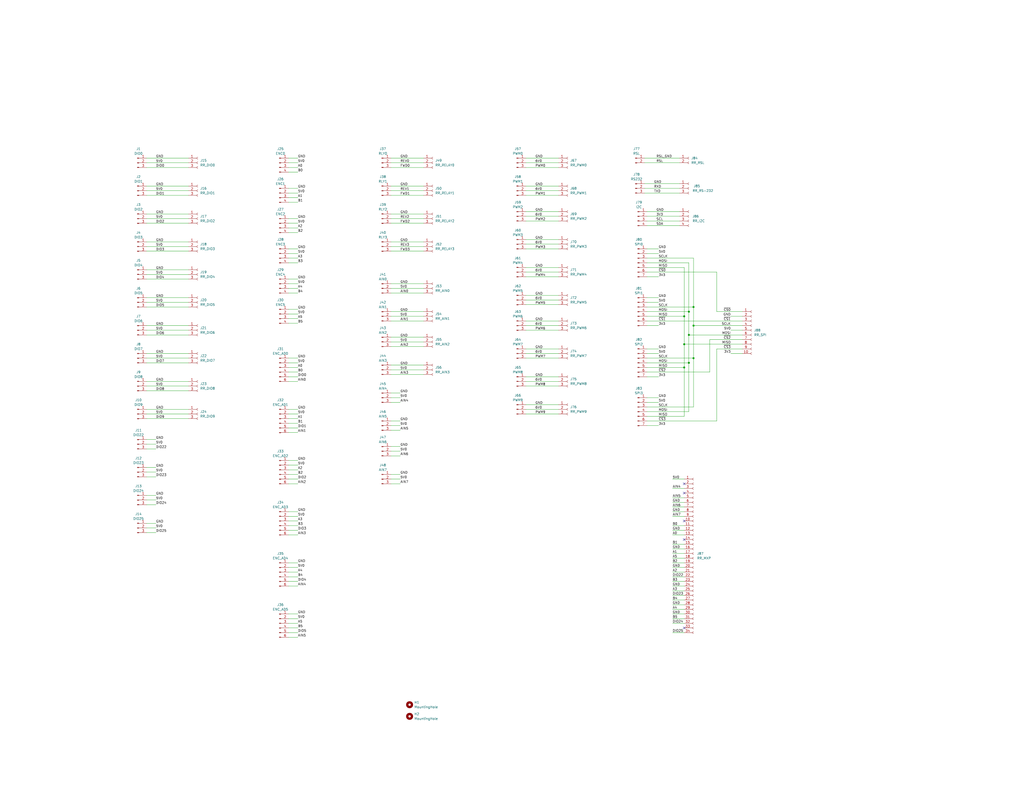
<source format=kicad_sch>
(kicad_sch (version 20230121) (generator eeschema)
  (paper "C")
  (title_block (title "RRIB2") (date "2022-08-13") (rev "1.0") (company "971 Spartan Robotics"))
  (junction (at 375.92 198.12))
  (junction (at 378.46 195.58))
  (junction (at 373.38 187.96))
  (junction (at 373.38 200.66))
  (junction (at 373.38 172.72))
  (junction (at 378.46 177.8))
  (junction (at 375.92 182.88))
  (junction (at 375.92 170.18))
  (junction (at 378.46 167.64))
  (no_connect (at 373.38 342.9))
  (no_connect (at 373.38 264.16))
  (no_connect (at 373.38 269.24))
  (no_connect (at 373.38 284.48))
  (no_connect (at 373.38 294.64))
  (wire (pts (xy 367.03 276.86) (xy 373.38 276.86)))
  (wire (pts (xy 391.16 170.18) (xy 391.16 148.59)))
  (wire (pts (xy 213.36 248.92) (xy 218.44 248.92)))
  (wire (pts (xy 157.48 105.41) (xy 162.56 105.41)))
  (wire (pts (xy 157.48 317.5) (xy 162.56 317.5)))
  (wire (pts (xy 157.48 124.46) (xy 162.56 124.46)))
  (wire (pts (xy 157.48 208.28) (xy 162.56 208.28)))
  (wire (pts (xy 353.06 162.56) (xy 359.41 162.56)))
  (wire (pts (xy 80.01 152.4) (xy 102.87 152.4)))
  (wire (pts (xy 387.35 185.42) (xy 387.35 203.2)))
  (wire (pts (xy 367.03 261.62) (xy 373.38 261.62)))
  (wire (pts (xy 157.48 347.98) (xy 162.56 347.98)))
  (wire (pts (xy 375.92 170.18) (xy 375.92 182.88)))
  (wire (pts (xy 373.38 146.05) (xy 373.38 172.72)))
  (wire (pts (xy 353.06 222.25) (xy 378.46 222.25)))
  (wire (pts (xy 353.06 146.05) (xy 373.38 146.05)))
  (wire (pts (xy 287.02 106.68) (xy 304.8 106.68)))
  (wire (pts (xy 157.48 261.62) (xy 162.56 261.62)))
  (wire (pts (xy 367.03 312.42) (xy 373.38 312.42)))
  (wire (pts (xy 213.36 154.94) (xy 231.14 154.94)))
  (wire (pts (xy 213.36 172.72) (xy 231.14 172.72)))
  (wire (pts (xy 213.36 157.48) (xy 231.14 157.48)))
  (wire (pts (xy 213.36 134.62) (xy 231.14 134.62)))
  (wire (pts (xy 387.35 185.42) (xy 405.13 185.42)))
  (wire (pts (xy 398.78 172.72) (xy 405.13 172.72)))
  (wire (pts (xy 367.03 340.36) (xy 373.38 340.36)))
  (wire (pts (xy 353.06 138.43) (xy 359.41 138.43)))
  (wire (pts (xy 353.06 229.87) (xy 391.16 229.87)))
  (wire (pts (xy 80.01 257.81) (xy 85.09 257.81)))
  (wire (pts (xy 157.48 345.44) (xy 162.56 345.44)))
  (wire (pts (xy 353.06 172.72) (xy 373.38 172.72)))
  (wire (pts (xy 80.01 270.51) (xy 85.09 270.51)))
  (wire (pts (xy 80.01 223.52) (xy 102.87 223.52)))
  (wire (pts (xy 367.03 302.26) (xy 373.38 302.26)))
  (wire (pts (xy 287.02 163.83) (xy 304.8 163.83)))
  (wire (pts (xy 157.48 135.89) (xy 162.56 135.89)))
  (wire (pts (xy 353.06 170.18) (xy 375.92 170.18)))
  (wire (pts (xy 353.06 177.8) (xy 359.41 177.8)))
  (wire (pts (xy 157.48 205.74) (xy 162.56 205.74)))
  (wire (pts (xy 157.48 110.49) (xy 162.56 110.49)))
  (wire (pts (xy 157.48 287.02) (xy 162.56 287.02)))
  (wire (pts (xy 80.01 195.58) (xy 102.87 195.58)))
  (wire (pts (xy 157.48 143.51) (xy 162.56 143.51)))
  (wire (pts (xy 367.03 307.34) (xy 373.38 307.34)))
  (wire (pts (xy 213.36 199.39) (xy 231.14 199.39)))
  (wire (pts (xy 157.48 140.97) (xy 162.56 140.97)))
  (wire (pts (xy 367.03 335.28) (xy 373.38 335.28)))
  (wire (pts (xy 157.48 289.56) (xy 162.56 289.56)))
  (wire (pts (xy 353.06 175.26) (xy 405.13 175.26)))
  (wire (pts (xy 373.38 187.96) (xy 373.38 200.66)))
  (wire (pts (xy 80.01 86.36) (xy 102.87 86.36)))
  (wire (pts (xy 80.01 285.75) (xy 85.09 285.75)))
  (wire (pts (xy 157.48 154.94) (xy 162.56 154.94)))
  (wire (pts (xy 157.48 307.34) (xy 162.56 307.34)))
  (wire (pts (xy 213.36 232.41) (xy 218.44 232.41)))
  (wire (pts (xy 213.36 204.47) (xy 231.14 204.47)))
  (wire (pts (xy 157.48 337.82) (xy 162.56 337.82)))
  (wire (pts (xy 287.02 133.35) (xy 304.8 133.35)))
  (wire (pts (xy 157.48 171.45) (xy 162.56 171.45)))
  (wire (pts (xy 213.36 119.38) (xy 231.14 119.38)))
  (wire (pts (xy 351.79 100.33) (xy 370.84 100.33)))
  (wire (pts (xy 213.36 264.16) (xy 218.44 264.16)))
  (wire (pts (xy 213.36 184.15) (xy 231.14 184.15)))
  (wire (pts (xy 80.01 180.34) (xy 102.87 180.34)))
  (wire (pts (xy 287.02 130.81) (xy 304.8 130.81)))
  (wire (pts (xy 80.01 242.57) (xy 85.09 242.57)))
  (wire (pts (xy 213.36 132.08) (xy 231.14 132.08)))
  (wire (pts (xy 80.01 275.59) (xy 85.09 275.59)))
  (wire (pts (xy 353.06 227.33) (xy 373.38 227.33)))
  (wire (pts (xy 367.03 314.96) (xy 373.38 314.96)))
  (wire (pts (xy 80.01 88.9) (xy 102.87 88.9)))
  (wire (pts (xy 157.48 107.95) (xy 162.56 107.95)))
  (wire (pts (xy 353.06 148.59) (xy 391.16 148.59)))
  (wire (pts (xy 367.03 337.82) (xy 373.38 337.82)))
  (wire (pts (xy 351.79 88.9) (xy 370.84 88.9)))
  (wire (pts (xy 213.36 259.08) (xy 218.44 259.08)))
  (wire (pts (xy 287.02 91.44) (xy 304.8 91.44)))
  (wire (pts (xy 157.48 88.9) (xy 162.56 88.9)))
  (wire (pts (xy 391.16 170.18) (xy 405.13 170.18)))
  (wire (pts (xy 213.36 261.62) (xy 218.44 261.62)))
  (wire (pts (xy 287.02 161.29) (xy 304.8 161.29)))
  (wire (pts (xy 287.02 120.65) (xy 304.8 120.65)))
  (wire (pts (xy 353.06 200.66) (xy 373.38 200.66)))
  (wire (pts (xy 367.03 266.7) (xy 373.38 266.7)))
  (wire (pts (xy 353.06 195.58) (xy 378.46 195.58)))
  (wire (pts (xy 353.06 193.04) (xy 359.41 193.04)))
  (wire (pts (xy 287.02 88.9) (xy 304.8 88.9)))
  (wire (pts (xy 157.48 160.02) (xy 162.56 160.02)))
  (wire (pts (xy 373.38 187.96) (xy 405.13 187.96)))
  (wire (pts (xy 157.48 314.96) (xy 162.56 314.96)))
  (wire (pts (xy 367.03 304.8) (xy 373.38 304.8)))
  (wire (pts (xy 80.01 116.84) (xy 102.87 116.84)))
  (wire (pts (xy 213.36 104.14) (xy 231.14 104.14)))
  (wire (pts (xy 353.06 123.19) (xy 370.84 123.19)))
  (wire (pts (xy 157.48 176.53) (xy 162.56 176.53)))
  (wire (pts (xy 353.06 140.97) (xy 378.46 140.97)))
  (wire (pts (xy 213.36 86.36) (xy 231.14 86.36)))
  (wire (pts (xy 157.48 281.94) (xy 162.56 281.94)))
  (wire (pts (xy 157.48 86.36) (xy 162.56 86.36)))
  (wire (pts (xy 80.01 260.35) (xy 85.09 260.35)))
  (wire (pts (xy 157.48 168.91) (xy 162.56 168.91)))
  (wire (pts (xy 157.48 254) (xy 162.56 254)))
  (wire (pts (xy 367.03 317.5) (xy 373.38 317.5)))
  (wire (pts (xy 367.03 274.32) (xy 373.38 274.32)))
  (wire (pts (xy 80.01 240.03) (xy 85.09 240.03)))
  (wire (pts (xy 378.46 140.97) (xy 378.46 167.64)))
  (wire (pts (xy 367.03 279.4) (xy 373.38 279.4)))
  (wire (pts (xy 80.01 208.28) (xy 102.87 208.28)))
  (wire (pts (xy 157.48 236.22) (xy 162.56 236.22)))
  (wire (pts (xy 378.46 167.64) (xy 378.46 177.8)))
  (wire (pts (xy 351.79 105.41) (xy 370.84 105.41)))
  (wire (pts (xy 157.48 226.06) (xy 162.56 226.06)))
  (wire (pts (xy 213.36 217.17) (xy 218.44 217.17)))
  (wire (pts (xy 157.48 157.48) (xy 162.56 157.48)))
  (wire (pts (xy 80.01 198.12) (xy 102.87 198.12)))
  (wire (pts (xy 80.01 290.83) (xy 85.09 290.83)))
  (wire (pts (xy 373.38 200.66) (xy 373.38 227.33)))
  (wire (pts (xy 213.36 229.87) (xy 218.44 229.87)))
  (wire (pts (xy 367.03 309.88) (xy 373.38 309.88)))
  (wire (pts (xy 353.06 120.65) (xy 370.84 120.65)))
  (wire (pts (xy 157.48 292.1) (xy 162.56 292.1)))
  (wire (pts (xy 353.06 205.74) (xy 359.41 205.74)))
  (wire (pts (xy 157.48 127) (xy 162.56 127)))
  (wire (pts (xy 287.02 208.28) (xy 304.8 208.28)))
  (wire (pts (xy 213.36 243.84) (xy 218.44 243.84)))
  (wire (pts (xy 353.06 198.12) (xy 375.92 198.12)))
  (wire (pts (xy 80.01 91.44) (xy 102.87 91.44)))
  (wire (pts (xy 157.48 203.2) (xy 162.56 203.2)))
  (wire (pts (xy 157.48 231.14) (xy 162.56 231.14)))
  (wire (pts (xy 367.03 332.74) (xy 373.38 332.74)))
  (wire (pts (xy 287.02 104.14) (xy 304.8 104.14)))
  (wire (pts (xy 80.01 288.29) (xy 85.09 288.29)))
  (wire (pts (xy 213.36 201.93) (xy 231.14 201.93)))
  (wire (pts (xy 213.36 121.92) (xy 231.14 121.92)))
  (wire (pts (xy 157.48 320.04) (xy 162.56 320.04)))
  (wire (pts (xy 157.48 138.43) (xy 162.56 138.43)))
  (wire (pts (xy 373.38 172.72) (xy 373.38 187.96)))
  (wire (pts (xy 367.03 299.72) (xy 373.38 299.72)))
  (wire (pts (xy 367.03 322.58) (xy 373.38 322.58)))
  (wire (pts (xy 213.36 106.68) (xy 231.14 106.68)))
  (wire (pts (xy 367.03 297.18) (xy 373.38 297.18)))
  (wire (pts (xy 157.48 195.58) (xy 162.56 195.58)))
  (wire (pts (xy 287.02 190.5) (xy 304.8 190.5)))
  (wire (pts (xy 157.48 102.87) (xy 162.56 102.87)))
  (wire (pts (xy 375.92 198.12) (xy 375.92 224.79)))
  (wire (pts (xy 287.02 205.74) (xy 304.8 205.74)))
  (wire (pts (xy 287.02 180.34) (xy 304.8 180.34)))
  (wire (pts (xy 375.92 182.88) (xy 405.13 182.88)))
  (wire (pts (xy 353.06 118.11) (xy 370.84 118.11)))
  (wire (pts (xy 213.36 234.95) (xy 218.44 234.95)))
  (wire (pts (xy 157.48 256.54) (xy 162.56 256.54)))
  (wire (pts (xy 367.03 287.02) (xy 373.38 287.02)))
  (wire (pts (xy 80.01 147.32) (xy 102.87 147.32)))
  (wire (pts (xy 287.02 166.37) (xy 304.8 166.37)))
  (wire (pts (xy 80.01 106.68) (xy 102.87 106.68)))
  (wire (pts (xy 367.03 281.94) (xy 373.38 281.94)))
  (wire (pts (xy 353.06 167.64) (xy 378.46 167.64)))
  (wire (pts (xy 213.36 116.84) (xy 231.14 116.84)))
  (wire (pts (xy 80.01 177.8) (xy 102.87 177.8)))
  (wire (pts (xy 353.06 190.5) (xy 359.41 190.5)))
  (wire (pts (xy 353.06 151.13) (xy 359.41 151.13)))
  (wire (pts (xy 213.36 175.26) (xy 231.14 175.26)))
  (wire (pts (xy 353.06 135.89) (xy 359.41 135.89)))
  (wire (pts (xy 80.01 137.16) (xy 102.87 137.16)))
  (wire (pts (xy 353.06 115.57) (xy 370.84 115.57)))
  (wire (pts (xy 80.01 167.64) (xy 102.87 167.64)))
  (wire (pts (xy 213.36 101.6) (xy 231.14 101.6)))
  (wire (pts (xy 367.03 327.66) (xy 373.38 327.66)))
  (wire (pts (xy 213.36 137.16) (xy 231.14 137.16)))
  (wire (pts (xy 80.01 101.6) (xy 102.87 101.6)))
  (wire (pts (xy 353.06 165.1) (xy 359.41 165.1)))
  (wire (pts (xy 157.48 251.46) (xy 162.56 251.46)))
  (wire (pts (xy 157.48 335.28) (xy 162.56 335.28)))
  (wire (pts (xy 157.48 198.12) (xy 162.56 198.12)))
  (wire (pts (xy 287.02 226.06) (xy 304.8 226.06)))
  (wire (pts (xy 80.01 149.86) (xy 102.87 149.86)))
  (wire (pts (xy 157.48 200.66) (xy 162.56 200.66)))
  (wire (pts (xy 287.02 151.13) (xy 304.8 151.13)))
  (wire (pts (xy 157.48 284.48) (xy 162.56 284.48)))
  (wire (pts (xy 80.01 134.62) (xy 102.87 134.62)))
  (wire (pts (xy 287.02 135.89) (xy 304.8 135.89)))
  (wire (pts (xy 287.02 115.57) (xy 304.8 115.57)))
  (wire (pts (xy 287.02 210.82) (xy 304.8 210.82)))
  (wire (pts (xy 287.02 101.6) (xy 304.8 101.6)))
  (wire (pts (xy 213.36 246.38) (xy 218.44 246.38)))
  (wire (pts (xy 353.06 232.41) (xy 359.41 232.41)))
  (wire (pts (xy 213.36 186.69) (xy 231.14 186.69)))
  (wire (pts (xy 80.01 162.56) (xy 102.87 162.56)))
  (wire (pts (xy 80.01 273.05) (xy 85.09 273.05)))
  (wire (pts (xy 287.02 193.04) (xy 304.8 193.04)))
  (wire (pts (xy 367.03 345.44) (xy 373.38 345.44)))
  (wire (pts (xy 157.48 119.38) (xy 162.56 119.38)))
  (wire (pts (xy 353.06 219.71) (xy 359.41 219.71)))
  (wire (pts (xy 351.79 86.36) (xy 370.84 86.36)))
  (wire (pts (xy 287.02 118.11) (xy 304.8 118.11)))
  (wire (pts (xy 80.01 210.82) (xy 102.87 210.82)))
  (wire (pts (xy 157.48 233.68) (xy 162.56 233.68)))
  (wire (pts (xy 353.06 143.51) (xy 375.92 143.51)))
  (wire (pts (xy 80.01 165.1) (xy 102.87 165.1)))
  (wire (pts (xy 213.36 189.23) (xy 231.14 189.23)))
  (wire (pts (xy 80.01 104.14) (xy 102.87 104.14)))
  (wire (pts (xy 353.06 203.2) (xy 387.35 203.2)))
  (wire (pts (xy 157.48 223.52) (xy 162.56 223.52)))
  (wire (pts (xy 287.02 177.8) (xy 304.8 177.8)))
  (wire (pts (xy 213.36 160.02) (xy 231.14 160.02)))
  (wire (pts (xy 213.36 170.18) (xy 231.14 170.18)))
  (wire (pts (xy 157.48 93.98) (xy 162.56 93.98)))
  (wire (pts (xy 80.01 182.88) (xy 102.87 182.88)))
  (wire (pts (xy 391.16 190.5) (xy 405.13 190.5)))
  (wire (pts (xy 378.46 195.58) (xy 378.46 222.25)))
  (wire (pts (xy 375.92 182.88) (xy 375.92 198.12)))
  (wire (pts (xy 378.46 177.8) (xy 378.46 195.58)))
  (wire (pts (xy 157.48 342.9) (xy 162.56 342.9)))
  (wire (pts (xy 375.92 143.51) (xy 375.92 170.18)))
  (wire (pts (xy 367.03 292.1) (xy 373.38 292.1)))
  (wire (pts (xy 80.01 121.92) (xy 102.87 121.92)))
  (wire (pts (xy 287.02 195.58) (xy 304.8 195.58)))
  (wire (pts (xy 80.01 132.08) (xy 102.87 132.08)))
  (wire (pts (xy 80.01 255.27) (xy 85.09 255.27)))
  (wire (pts (xy 378.46 177.8) (xy 405.13 177.8)))
  (wire (pts (xy 287.02 220.98) (xy 304.8 220.98)))
  (wire (pts (xy 213.36 219.71) (xy 218.44 219.71)))
  (wire (pts (xy 80.01 228.6) (xy 102.87 228.6)))
  (wire (pts (xy 287.02 86.36) (xy 304.8 86.36)))
  (wire (pts (xy 157.48 259.08) (xy 162.56 259.08)))
  (wire (pts (xy 353.06 224.79) (xy 375.92 224.79)))
  (wire (pts (xy 367.03 325.12) (xy 373.38 325.12)))
  (wire (pts (xy 213.36 214.63) (xy 218.44 214.63)))
  (wire (pts (xy 367.03 320.04) (xy 373.38 320.04)))
  (wire (pts (xy 157.48 279.4) (xy 162.56 279.4)))
  (wire (pts (xy 367.03 271.78) (xy 373.38 271.78)))
  (wire (pts (xy 157.48 91.44) (xy 162.56 91.44)))
  (wire (pts (xy 157.48 173.99) (xy 162.56 173.99)))
  (wire (pts (xy 353.06 217.17) (xy 359.41 217.17)))
  (wire (pts (xy 80.01 245.11) (xy 85.09 245.11)))
  (wire (pts (xy 391.16 190.5) (xy 391.16 229.87)))
  (wire (pts (xy 80.01 213.36) (xy 102.87 213.36)))
  (wire (pts (xy 351.79 102.87) (xy 370.84 102.87)))
  (wire (pts (xy 367.03 330.2) (xy 373.38 330.2)))
  (wire (pts (xy 157.48 312.42) (xy 162.56 312.42)))
  (wire (pts (xy 157.48 264.16) (xy 162.56 264.16)))
  (wire (pts (xy 398.78 180.34) (xy 405.13 180.34)))
  (wire (pts (xy 398.78 193.04) (xy 405.13 193.04)))
  (wire (pts (xy 80.01 193.04) (xy 102.87 193.04)))
  (wire (pts (xy 157.48 121.92) (xy 162.56 121.92)))
  (wire (pts (xy 80.01 119.38) (xy 102.87 119.38)))
  (wire (pts (xy 367.03 289.56) (xy 373.38 289.56)))
  (wire (pts (xy 213.36 88.9) (xy 231.14 88.9)))
  (wire (pts (xy 157.48 228.6) (xy 162.56 228.6)))
  (wire (pts (xy 157.48 152.4) (xy 162.56 152.4)))
  (wire (pts (xy 213.36 91.44) (xy 231.14 91.44)))
  (wire (pts (xy 157.48 340.36) (xy 162.56 340.36)))
  (wire (pts (xy 287.02 146.05) (xy 304.8 146.05)))
  (wire (pts (xy 287.02 148.59) (xy 304.8 148.59)))
  (wire (pts (xy 157.48 309.88) (xy 162.56 309.88)))
  (wire (pts (xy 287.02 175.26) (xy 304.8 175.26)))
  (wire (pts (xy 287.02 223.52) (xy 304.8 223.52)))
  (wire (pts (xy 80.01 226.06) (xy 102.87 226.06)))
  (label "GND" (at 292.1 161.29 0))
  (label "3V3" (at 359.41 151.13 0))
  (label "GND" (at 218.44 132.08 0))
  (label "5V0" (at 218.44 232.41 0))
  (label "RSL_GND" (at 358.14 86.36 0))
  (label "B2" (at 367.03 307.34 0))
  (label "PWM9" (at 292.1 226.06 0))
  (label "6V0" (at 292.1 163.83 0))
  (label "3V3" (at 398.78 193.04 180))
  (label "B3" (at 367.03 317.5 0))
  (label "B3" (at 162.56 287.02 0))
  (label "~{CS2}" (at 359.41 203.2 0))
  (label "AIN7" (at 218.44 264.16 0))
  (label "3V3" (at 359.41 177.8 0))
  (label "GND" (at 162.56 195.58 0))
  (label "B1" (at 162.56 231.14 0))
  (label "AIN0" (at 218.44 160.02 0))
  (label "DIO23" (at 85.09 260.35 0))
  (label "5V0" (at 367.03 261.62 0))
  (label "DIO25" (at 85.09 290.83 0))
  (label "SCLK" (at 359.41 140.97 0))
  (label "5V0" (at 162.56 138.43 0))
  (label "5V0" (at 162.56 154.94 0))
  (label "DIO3" (at 162.56 289.56 0))
  (label "5V0" (at 85.09 210.82 0))
  (label "GND" (at 292.1 86.36 0))
  (label "FWD0" (at 218.44 91.44 0))
  (label "DIO0" (at 85.09 91.44 0))
  (label "5V0" (at 359.41 193.04 0))
  (label "5V0" (at 162.56 309.88 0))
  (label "A5" (at 162.56 173.99 0))
  (label "REV0" (at 218.44 88.9 0))
  (label "5V0" (at 85.09 134.62 0))
  (label "5V0" (at 359.41 219.71 0))
  (label "B4" (at 162.56 160.02 0))
  (label "5V0" (at 85.09 165.1 0))
  (label "FWD2" (at 218.44 121.92 0))
  (label "5V0" (at 162.56 105.41 0))
  (label "DIO3" (at 85.09 137.16 0))
  (label "A1" (at 162.56 228.6 0))
  (label "A0" (at 162.56 200.66 0))
  (label "A3" (at 367.03 322.58 0))
  (label "DIO4" (at 85.09 152.4 0))
  (label "DIO2" (at 162.56 261.62 0))
  (label "5V0" (at 162.56 171.45 0))
  (label "AIN4" (at 367.03 266.7 0))
  (label "GND" (at 162.56 135.89 0))
  (label "5V0" (at 162.56 226.06 0))
  (label "GND" (at 85.09 255.27 0))
  (label "GND" (at 292.1 146.05 0))
  (label "GND" (at 85.09 270.51 0))
  (label "5V0" (at 85.09 149.86 0))
  (label "6V0" (at 292.1 88.9 0))
  (label "DIO24" (at 367.03 340.36 0))
  (label "5V0" (at 359.41 165.1 0))
  (label "GND" (at 218.44 184.15 0))
  (label "TXD" (at 356.87 105.41 0))
  (label "GND" (at 162.56 251.46 0))
  (label "5V0" (at 162.56 281.94 0))
  (label "GND" (at 218.44 199.39 0))
  (label "AIN6" (at 218.44 248.92 0))
  (label "GND" (at 218.44 243.84 0))
  (label "GND" (at 359.41 217.17 0))
  (label "AIN5" (at 218.44 234.95 0))
  (label "5V0" (at 85.09 226.06 0))
  (label "~{CS3}" (at 398.78 190.5 180))
  (label "GND" (at 359.41 162.56 0))
  (label "GND" (at 367.03 320.04 0))
  (label "AIN5" (at 367.03 271.78 0))
  (label "GND" (at 85.09 86.36 0))
  (label "6V0" (at 292.1 208.28 0))
  (label "~{CS0}" (at 398.78 170.18 180))
  (label "A0" (at 162.56 91.44 0))
  (label "AIN3" (at 218.44 204.47 0))
  (label "6V0" (at 292.1 133.35 0))
  (label "MOSI" (at 359.41 143.51 0))
  (label "B3" (at 162.56 143.51 0))
  (label "AIN1" (at 218.44 175.26 0))
  (label "5V0" (at 359.41 138.43 0))
  (label "GND" (at 85.09 223.52 0))
  (label "RXD" (at 356.87 102.87 0))
  (label "5V0" (at 85.09 257.81 0))
  (label "GND" (at 358.14 115.57 0))
  (label "GND" (at 359.41 135.89 0))
  (label "5V0" (at 218.44 217.17 0))
  (label "5V0" (at 218.44 186.69 0))
  (label "GND" (at 85.09 162.56 0))
  (label "GND" (at 162.56 168.91 0))
  (label "A1" (at 367.03 302.26 0))
  (label "GND" (at 218.44 86.36 0))
  (label "6V0" (at 292.1 148.59 0))
  (label "AIN7" (at 367.03 281.94 0))
  (label "5V0" (at 162.56 254 0))
  (label "6V0" (at 292.1 223.52 0))
  (label "GND" (at 218.44 214.63 0))
  (label "MISO" (at 359.41 227.33 0))
  (label "PWM1" (at 292.1 106.68 0))
  (label "GND" (at 218.44 101.6 0))
  (label "MOSI" (at 398.78 182.88 180))
  (label "~{CS3}" (at 359.41 229.87 0))
  (label "GND" (at 367.03 309.88 0))
  (label "3V3" (at 359.41 205.74 0))
  (label "A4" (at 367.03 332.74 0))
  (label "GND" (at 162.56 102.87 0))
  (label "DIO25" (at 367.03 345.44 0))
  (label "GND" (at 218.44 170.18 0))
  (label "REV3" (at 218.44 134.62 0))
  (label "DIO1" (at 162.56 233.68 0))
  (label "MOSI" (at 359.41 170.18 0))
  (label "AIN4" (at 162.56 320.04 0))
  (label "SDA" (at 358.14 123.19 0))
  (label "DIO5" (at 85.09 167.64 0))
  (label "AIN5" (at 162.56 347.98 0))
  (label "MOSI" (at 359.41 198.12 0))
  (label "SCLK" (at 398.78 177.8 180))
  (label "MISO" (at 398.78 187.96 180))
  (label "RSL" (at 358.14 88.9 0))
  (label "GND" (at 356.87 100.33 0))
  (label "5V0" (at 85.09 104.14 0))
  (label "B2" (at 162.56 127 0))
  (label "5V0" (at 162.56 88.9 0))
  (label "DIO6" (at 85.09 182.88 0))
  (label "GND" (at 162.56 279.4 0))
  (label "GND" (at 85.09 208.28 0))
  (label "5V0" (at 218.44 261.62 0))
  (label "SCLK" (at 359.41 195.58 0))
  (label "5V0" (at 398.78 180.34 180))
  (label "6V0" (at 292.1 104.14 0))
  (label "GND" (at 359.41 190.5 0))
  (label "GND" (at 292.1 205.74 0))
  (label "DIO22" (at 85.09 245.11 0))
  (label "AIN2" (at 218.44 189.23 0))
  (label "GND" (at 218.44 259.08 0))
  (label "5V0" (at 218.44 246.38 0))
  (label "FWD3" (at 218.44 137.16 0))
  (label "GND" (at 292.1 175.26 0))
  (label "GND" (at 85.09 101.6 0))
  (label "A4" (at 162.56 157.48 0))
  (label "PWM6" (at 292.1 180.34 0))
  (label "B4" (at 367.03 327.66 0))
  (label "B1" (at 367.03 297.18 0))
  (label "5V0" (at 85.09 242.57 0))
  (label "DIO1" (at 85.09 106.68 0))
  (label "PWM5" (at 292.1 166.37 0))
  (label "MOSI" (at 359.41 224.79 0))
  (label "GND" (at 367.03 274.32 0))
  (label "~{CS0}" (at 359.41 148.59 0))
  (label "A5" (at 162.56 340.36 0))
  (label "~{CS2}" (at 398.78 185.42 180))
  (label "6V0" (at 292.1 193.04 0))
  (label "6V0" (at 292.1 177.8 0))
  (label "GND" (at 162.56 223.52 0))
  (label "PWM7" (at 292.1 195.58 0))
  (label "DIO23" (at 367.03 325.12 0))
  (label "GND" (at 162.56 86.36 0))
  (label "A4" (at 162.56 312.42 0))
  (label "A0" (at 367.03 292.1 0))
  (label "GND" (at 162.56 152.4 0))
  (label "5V0" (at 85.09 88.9 0))
  (label "B5" (at 162.56 342.9 0))
  (label "B5" (at 367.03 337.82 0))
  (label "GND" (at 218.44 154.94 0))
  (label "5V0" (at 218.44 172.72 0))
  (label "PWM3" (at 292.1 135.89 0))
  (label "GND" (at 162.56 335.28 0))
  (label "AIN3" (at 162.56 292.1 0))
  (label "DIO5" (at 162.56 345.44 0))
  (label "B2" (at 162.56 259.08 0))
  (label "SCL" (at 358.14 120.65 0))
  (label "GND" (at 162.56 307.34 0))
  (label "MISO" (at 359.41 200.66 0))
  (label "GND" (at 367.03 335.28 0))
  (label "~{CS1}" (at 359.41 175.26 0))
  (label "GND" (at 292.1 190.5 0))
  (label "5V0" (at 85.09 119.38 0))
  (label "DIO22" (at 367.03 314.96 0))
  (label "AIN4" (at 218.44 219.71 0))
  (label "B5" (at 162.56 176.53 0))
  (label "B0" (at 367.03 287.02 0))
  (label "PWM0" (at 292.1 91.44 0))
  (label "B0" (at 162.56 93.98 0))
  (label "SCLK" (at 359.41 167.64 0))
  (label "GND" (at 85.09 132.08 0))
  (label "GND" (at 85.09 177.8 0))
  (label "PWM2" (at 292.1 120.65 0))
  (label "5V0" (at 218.44 201.93 0))
  (label "GND" (at 367.03 330.2 0))
  (label "5V0" (at 162.56 337.82 0))
  (label "GND" (at 85.09 285.75 0))
  (label "GND" (at 367.03 289.56 0))
  (label "GND" (at 218.44 229.87 0))
  (label "A3" (at 162.56 284.48 0))
  (label "A2" (at 367.03 312.42 0))
  (label "DIO24" (at 85.09 275.59 0))
  (label "6V0" (at 292.1 118.11 0))
  (label "GND" (at 292.1 220.98 0))
  (label "GND" (at 367.03 299.72 0))
  (label "5V0" (at 162.56 121.92 0))
  (label "GND" (at 218.44 116.84 0))
  (label "5V0" (at 162.56 198.12 0))
  (label "PWM4" (at 292.1 151.13 0))
  (label "REV2" (at 218.44 119.38 0))
  (label "PWM8" (at 292.1 210.82 0))
  (label "5V0" (at 85.09 273.05 0))
  (label "GND" (at 162.56 119.38 0))
  (label "AIN2" (at 162.56 264.16 0))
  (label "GND" (at 85.09 147.32 0))
  (label "GND" (at 292.1 130.81 0))
  (label "DIO4" (at 162.56 317.5 0))
  (label "MISO" (at 359.41 172.72 0))
  (label "AIN0" (at 162.56 208.28 0))
  (label "REV1" (at 218.44 104.14 0))
  (label "B0" (at 162.56 203.2 0))
  (label "MISO" (at 359.41 146.05 0))
  (label "B4" (at 162.56 314.96 0))
  (label "3V3" (at 358.14 118.11 0))
  (label "5V0" (at 218.44 157.48 0))
  (label "GND" (at 367.03 279.4 0))
  (label "A2" (at 162.56 124.46 0))
  (label "GND" (at 398.78 172.72 180))
  (label "GND" (at 292.1 101.6 0))
  (label "GND" (at 292.1 115.57 0))
  (label "5V0" (at 85.09 195.58 0))
  (label "DIO7" (at 85.09 198.12 0))
  (label "A5" (at 367.03 304.8 0))
  (label "~{CS1}" (at 398.78 175.26 180))
  (label "3V3" (at 359.41 232.41 0))
  (label "GND" (at 85.09 240.03 0))
  (label "DIO2" (at 85.09 121.92 0))
  (label "5V0" (at 85.09 288.29 0))
  (label "DIO8" (at 85.09 213.36 0))
  (label "SCLK" (at 359.41 222.25 0))
  (label "DIO9" (at 85.09 228.6 0))
  (label "FWD1" (at 218.44 106.68 0))
  (label "DIO0" (at 162.56 205.74 0))
  (label "5V0" (at 85.09 180.34 0))
  (label "A2" (at 162.56 256.54 0))
  (label "GND" (at 85.09 193.04 0))
  (label "A1" (at 162.56 107.95 0))
  (label "AIN6" (at 367.03 276.86 0))
  (label "GND" (at 85.09 116.84 0))
  (label "B1" (at 162.56 110.49 0))
  (label "AIN1" (at 162.56 236.22 0))
  (label "A3" (at 162.56 140.97 0))
  (symbol (lib_id "Connector:Conn_01x04_Male") (at 347.98 118.11 0) (unit 1)
    (property "Reference" "J79" (at 348.615 110.49 0))
    (property "Value" "I2C" (at 348.615 113.03 0))
    (property "Footprint" "RRIB2:70541-0003" (effects hide))
    (property "MFG" "Molex" (effects hide))
    (property "MFG P/N" "070541-0003" (effects hide))
    (property "DIST" "Digikey" (effects hide))
    (property "DIST P/N" "WM7992-ND" (effects hide))
  )
  (symbol (lib_id "Connector:Conn_01x02_Male") (at 346.71 86.36 0) (unit 1)
    (property "Reference" "J77" (at 347.345 81.28 0))
    (property "Value" "RSL" (at 347.345 83.82 0))
    (property "Footprint" "RRIB2:70541-0001" (effects hide))
    (property "MFG" "MOLEX" (effects hide))
    (property "MFG P/N" "070541-0001" (effects hide))
    (property "DIST" "Digikey" (effects hide))
    (property "DIST P/N" "WM14047-ND" (effects hide))
  )
  (symbol (lib_id "Connector:Conn_01x03_Female") (at 107.95 195.58 0) (unit 1)
    (property "Reference" "J22" (at 109.22 194.3099 0) (effects (justify left)))
    (property "Value" "RR_DIO7" (at 109.22 196.8499 0) (effects (justify left)))
    (property "Footprint" "Connector_PinSocket_2.54mm:PinSocket_1x03_P2.54mm_Vertical" (effects hide))
    (property "MFG" "Sullins Connector Solutions" (effects hide))
    (property "MFG P/N" "PPTC031LFBN-RC" (effects hide))
    (property "DIST" "Digikey" (effects hide))
    (property "DIST P/N" "S7001-ND" (effects hide))
  )
  (symbol (lib_id "Connector:Conn_01x03_Female") (at 309.88 208.28 0) (unit 1)
    (property "Reference" "J75" (at 311.15 207.0099 0) (effects (justify left)))
    (property "Value" "RR_PWM8" (at 311.15 209.5499 0) (effects (justify left)))
    (property "Footprint" "Connector_PinSocket_2.54mm:PinSocket_1x03_P2.54mm_Vertical" (effects hide))
    (property "MFG" "Sullins Connector Solutions" (effects hide))
    (property "MFG P/N" "PPTC031LFBN-RC" (effects hide))
    (property "DIST" "Digikey" (effects hide))
    (property "DIST P/N" "S7001-ND" (effects hide))
  )
  (symbol (lib_id "Connector:Conn_01x03_Female") (at 107.95 226.06 0) (unit 1)
    (property "Reference" "J24" (at 109.22 224.7899 0) (effects (justify left)))
    (property "Value" "RR_DIO9" (at 109.22 227.3299 0) (effects (justify left)))
    (property "Footprint" "Connector_PinSocket_2.54mm:PinSocket_1x03_P2.54mm_Vertical" (effects hide))
    (property "MFG" "Sullins Connector Solutions" (effects hide))
    (property "MFG P/N" "PPTC031LFBN-RC" (effects hide))
    (property "DIST" "Digikey" (effects hide))
    (property "DIST P/N" "S7001-ND" (effects hide))
  )
  (symbol (lib_id "Connector:Conn_01x03_Female") (at 236.22 134.62 0) (unit 1)
    (property "Reference" "J52" (at 237.49 133.3499 0) (effects (justify left)))
    (property "Value" "RR_RELAY3" (at 237.49 135.8899 0) (effects (justify left)))
    (property "Footprint" "Connector_PinSocket_2.54mm:PinSocket_1x03_P2.54mm_Vertical" (effects hide))
    (property "MFG" "Sullins Connector Solutions" (effects hide))
    (property "MFG P/N" "PPTC031LFBN-RC" (effects hide))
    (property "DIST" "Digikey" (effects hide))
    (property "DIST P/N" "S7001-ND" (effects hide))
  )
  (symbol (lib_id "Connector:Conn_01x03_Female") (at 107.95 165.1 0) (unit 1)
    (property "Reference" "J20" (at 109.22 163.8299 0) (effects (justify left)))
    (property "Value" "RR_DIO5" (at 109.22 166.3699 0) (effects (justify left)))
    (property "Footprint" "Connector_PinSocket_2.54mm:PinSocket_1x03_P2.54mm_Vertical" (effects hide))
    (property "MFG" "Sullins Connector Solutions" (effects hide))
    (property "MFG P/N" "PPTC031LFBN-RC" (effects hide))
    (property "DIST" "Digikey" (effects hide))
    (property "DIST P/N" "S7001-ND" (effects hide))
  )
  (symbol (lib_id "Connector:Conn_01x03_Male") (at 281.94 118.11 0) (unit 1)
    (property "Reference" "J59" (at 282.575 110.49 0))
    (property "Value" "PWM2" (at 282.575 113.03 0))
    (property "Footprint" "RRIB2:70541-0002" (effects hide))
    (property "MFG" "Molex" (effects hide))
    (property "MFG P/N" "070541-0002" (effects hide))
    (property "DIST" "Digikey" (effects hide))
    (property "DIST P/N" "WM7991-ND" (effects hide))
  )
  (symbol (lib_id "Connector:Conn_01x03_Female") (at 107.95 134.62 0) (unit 1)
    (property "Reference" "J18" (at 109.22 133.3499 0) (effects (justify left)))
    (property "Value" "RR_DIO3" (at 109.22 135.8899 0) (effects (justify left)))
    (property "Footprint" "Connector_PinSocket_2.54mm:PinSocket_1x03_P2.54mm_Vertical" (effects hide))
    (property "MFG" "Sullins Connector Solutions" (effects hide))
    (property "MFG P/N" "PPTC031LFBN-RC" (effects hide))
    (property "DIST" "Digikey" (effects hide))
    (property "DIST P/N" "S7001-ND" (effects hide))
  )
  (symbol (lib_id "Connector:Conn_01x34_Female") (at 378.46 302.26 0) (unit 1)
    (property "Reference" "J87" (at 380.365 302.2599 0) (effects (justify left)))
    (property "Value" "RR_MXP" (at 380.365 304.7999 0) (effects (justify left)))
    (property "Footprint" "Connector_PinSocket_2.54mm:PinSocket_2x17_P2.54mm_Vertical" (effects hide))
    (property "MFG" "Sullins Connector Solutions" (effects hide))
    (property "MFG P/N" "SFH11-PBPC-D17-ST-BK" (effects hide))
    (property "DIST" "Digikey" (effects hide))
    (property "DIST P/N" "S9199-ND" (effects hide))
  )
  (symbol (lib_id "Connector:Conn_01x04_Male") (at 152.4 105.41 0) (unit 1)
    (property "Reference" "J26" (at 153.035 97.79 0))
    (property "Value" "ENC1" (at 153.035 100.33 0))
    (property "Footprint" "RRIB2:70541-0003" (effects hide))
    (property "MFG" "Molex" (effects hide))
    (property "MFG P/N" "070541-0003" (effects hide))
    (property "DIST" "Digikey" (effects hide))
    (property "DIST P/N" "WM7992-ND" (effects hide))
  )
  (symbol (lib_id "Connector:Conn_01x04_Male") (at 152.4 154.94 0) (unit 1)
    (property "Reference" "J29" (at 153.035 147.32 0))
    (property "Value" "ENC4" (at 153.035 149.86 0))
    (property "Footprint" "RRIB2:70541-0003" (effects hide))
    (property "MFG" "Molex" (effects hide))
    (property "MFG P/N" "070541-0003" (effects hide))
    (property "DIST" "Digikey" (effects hide))
    (property "DIST P/N" "WM7992-ND" (effects hide))
  )
  (symbol (lib_id "Connector:Conn_01x03_Male") (at 281.94 208.28 0) (unit 1)
    (property "Reference" "J65" (at 282.575 200.66 0))
    (property "Value" "PWM8" (at 282.575 203.2 0))
    (property "Footprint" "RRIB2:70541-0002" (effects hide))
    (property "MFG" "Molex" (effects hide))
    (property "MFG P/N" "070541-0002" (effects hide))
    (property "DIST" "Digikey" (effects hide))
    (property "DIST P/N" "WM7991-ND" (effects hide))
  )
  (symbol (lib_id "Connector:Conn_01x03_Female") (at 309.88 177.8 0) (unit 1)
    (property "Reference" "J73" (at 311.15 176.5299 0) (effects (justify left)))
    (property "Value" "RR_PWM6" (at 311.15 179.0699 0) (effects (justify left)))
    (property "Footprint" "Connector_PinSocket_2.54mm:PinSocket_1x03_P2.54mm_Vertical" (effects hide))
    (property "MFG" "Sullins Connector Solutions" (effects hide))
    (property "MFG P/N" "PPTC031LFBN-RC" (effects hide))
    (property "DIST" "Digikey" (effects hide))
    (property "DIST P/N" "S7001-ND" (effects hide))
  )
  (symbol (lib_id "Connector:Conn_01x06_Male") (at 152.4 200.66 0) (unit 1)
    (property "Reference" "J31" (at 153.035 190.5 0))
    (property "Value" "ENC_AD0" (at 153.035 193.04 0))
    (property "Footprint" "RRIB2:70541-0005" (effects hide))
    (property "MFG" "Molex" (effects hide))
    (property "MFG P/N" "070541-0005" (effects hide))
    (property "DIST" "Digikey" (effects hide))
    (property "DIST P/N" "WM20413-ND" (effects hide))
  )
  (symbol (lib_id "Connector:Conn_01x06_Male") (at 152.4 340.36 0) (unit 1)
    (property "Reference" "J36" (at 153.035 330.2 0))
    (property "Value" "ENC_AD5" (at 153.035 332.74 0))
    (property "Footprint" "RRIB2:70541-0005" (effects hide))
    (property "MFG" "Molex" (effects hide))
    (property "MFG P/N" "070541-0005" (effects hide))
    (property "DIST" "Digikey" (effects hide))
    (property "DIST P/N" "WM20413-ND" (effects hide))
  )
  (symbol (lib_id "Mechanical:MountingHole") (at 223.52 384.81 0) (unit 1)
    (property "Reference" "H1" (at 226.06 383.5399 0) (effects (justify left)))
    (property "Value" "MountingHole" (at 226.06 386.0799 0) (effects (justify left)))
    (property "Footprint" "MountingHole:MountingHole_3.2mm_M3" (effects hide))
  )
  (symbol (lib_id "Connector:Conn_01x03_Male") (at 208.28 217.17 0) (unit 1)
    (property "Reference" "J45" (at 208.915 209.55 0))
    (property "Value" "AIN4" (at 208.915 212.09 0))
    (property "Footprint" "RRIB2:70541-0002" (effects hide))
    (property "MFG" "Molex" (effects hide))
    (property "MFG P/N" "070541-0002" (effects hide))
    (property "DIST" "Digikey" (effects hide))
    (property "DIST P/N" "WM7991-ND" (effects hide))
  )
  (symbol (lib_id "Connector:Conn_01x06_Male") (at 152.4 284.48 0) (unit 1)
    (property "Reference" "J34" (at 153.035 274.32 0))
    (property "Value" "ENC_AD3" (at 153.035 276.86 0))
    (property "Footprint" "RRIB2:70541-0005" (effects hide))
    (property "MFG" "Molex" (effects hide))
    (property "MFG P/N" "070541-0005" (effects hide))
    (property "DIST" "Digikey" (effects hide))
    (property "DIST P/N" "WM20413-ND" (effects hide))
  )
  (symbol (lib_id "Connector:Conn_01x03_Male") (at 74.93 149.86 0) (unit 1)
    (property "Reference" "J5" (at 75.565 142.24 0))
    (property "Value" "DIO4" (at 75.565 144.78 0))
    (property "Footprint" "RRIB2:70541-0002" (effects hide))
    (property "MFG" "Molex" (effects hide))
    (property "MFG P/N" "070541-0002" (effects hide))
    (property "DIST" "Digikey" (effects hide))
    (property "DIST P/N" "WM7991-ND" (effects hide))
  )
  (symbol (lib_id "Connector:Conn_01x04_Male") (at 152.4 121.92 0) (unit 1)
    (property "Reference" "J27" (at 153.035 114.3 0))
    (property "Value" "ENC2" (at 153.035 116.84 0))
    (property "Footprint" "RRIB2:70541-0003" (effects hide))
    (property "MFG" "Molex" (effects hide))
    (property "MFG P/N" "070541-0003" (effects hide))
    (property "DIST" "Digikey" (effects hide))
    (property "DIST P/N" "WM7992-ND" (effects hide))
  )
  (symbol (lib_id "Connector:Conn_01x06_Male") (at 152.4 256.54 0) (unit 1)
    (property "Reference" "J33" (at 153.035 246.38 0))
    (property "Value" "ENC_AD2" (at 153.035 248.92 0))
    (property "Footprint" "RRIB2:70541-0005" (effects hide))
    (property "MFG" "Molex" (effects hide))
    (property "MFG P/N" "070541-0005" (effects hide))
    (property "DIST" "Digikey" (effects hide))
    (property "DIST P/N" "WM20413-ND" (effects hide))
  )
  (symbol (lib_id "Connector:Conn_01x03_Female") (at 107.95 88.9 0) (unit 1)
    (property "Reference" "J15" (at 109.22 87.6299 0) (effects (justify left)))
    (property "Value" "RR_DIO0" (at 109.22 90.1699 0) (effects (justify left)))
    (property "Footprint" "Connector_PinSocket_2.54mm:PinSocket_1x03_P2.54mm_Vertical" (effects hide))
    (property "MFG" "Sullins Connector Solutions" (effects hide))
    (property "MFG P/N" "PPTC031LFBN-RC" (effects hide))
    (property "DIST" "Digikey" (effects hide))
    (property "DIST P/N" "S7001-ND" (effects hide))
  )
  (symbol (lib_id "Connector:Conn_01x07_Male") (at 347.98 198.12 0) (unit 1)
    (property "Reference" "J82" (at 348.615 185.42 0))
    (property "Value" "SPI2" (at 348.615 187.96 0))
    (property "Footprint" "RRIB2:70541-0006" (effects hide))
    (property "MFG P/N" "070541-0006" (effects hide))
    (property "MFG" "MOLEX" (effects hide))
    (property "DIST" "Digikey" (effects hide))
    (property "DIST P/N" "0705410006-ND" (effects hide))
  )
  (symbol (lib_id "Connector:Conn_01x03_Male") (at 74.93 88.9 0) (unit 1)
    (property "Reference" "J1" (at 75.565 81.28 0))
    (property "Value" "DIO0" (at 75.565 83.82 0))
    (property "Footprint" "RRIB2:70541-0002" (effects hide))
    (property "MFG" "Molex" (effects hide))
    (property "MFG P/N" "070541-0002" (effects hide))
    (property "DIST" "Digikey" (effects hide))
    (property "DIST P/N" "WM7991-ND" (effects hide))
  )
  (symbol (lib_id "Connector:Conn_01x04_Male") (at 152.4 138.43 0) (unit 1)
    (property "Reference" "J28" (at 153.035 130.81 0))
    (property "Value" "ENC3" (at 153.035 133.35 0))
    (property "Footprint" "RRIB2:70541-0003" (effects hide))
    (property "MFG" "Molex" (effects hide))
    (property "MFG P/N" "070541-0003" (effects hide))
    (property "DIST" "Digikey" (effects hide))
    (property "DIST P/N" "WM7992-ND" (effects hide))
  )
  (symbol (lib_id "Connector:Conn_01x03_Male") (at 281.94 193.04 0) (unit 1)
    (property "Reference" "J64" (at 282.575 185.42 0))
    (property "Value" "PWM7" (at 282.575 187.96 0))
    (property "Footprint" "RRIB2:70541-0002" (effects hide))
    (property "MFG" "Molex" (effects hide))
    (property "MFG P/N" "070541-0002" (effects hide))
    (property "DIST" "Digikey" (effects hide))
    (property "DIST P/N" "WM7991-ND" (effects hide))
  )
  (symbol (lib_id "Connector:Conn_01x03_Male") (at 208.28 261.62 0) (unit 1)
    (property "Reference" "J48" (at 208.915 254 0))
    (property "Value" "AIN7" (at 208.915 256.54 0))
    (property "Footprint" "RRIB2:70541-0002" (effects hide))
    (property "MFG" "Molex" (effects hide))
    (property "MFG P/N" "070541-0002" (effects hide))
    (property "DIST" "Digikey" (effects hide))
    (property "DIST P/N" "WM7991-ND" (effects hide))
  )
  (symbol (lib_id "Connector:Conn_01x03_Female") (at 309.88 104.14 0) (unit 1)
    (property "Reference" "J68" (at 311.15 102.8699 0) (effects (justify left)))
    (property "Value" "RR_PWM1" (at 311.15 105.4099 0) (effects (justify left)))
    (property "Footprint" "Connector_PinSocket_2.54mm:PinSocket_1x03_P2.54mm_Vertical" (effects hide))
    (property "MFG" "Sullins Connector Solutions" (effects hide))
    (property "MFG P/N" "PPTC031LFBN-RC" (effects hide))
    (property "DIST" "Digikey" (effects hide))
    (property "DIST P/N" "S7001-ND" (effects hide))
  )
  (symbol (lib_id "Connector:Conn_01x03_Female") (at 107.95 104.14 0) (unit 1)
    (property "Reference" "J16" (at 109.22 102.8699 0) (effects (justify left)))
    (property "Value" "RR_DIO1" (at 109.22 105.4099 0) (effects (justify left)))
    (property "Footprint" "Connector_PinSocket_2.54mm:PinSocket_1x03_P2.54mm_Vertical" (effects hide))
    (property "MFG" "Sullins Connector Solutions" (effects hide))
    (property "MFG P/N" "PPTC031LFBN-RC" (effects hide))
    (property "DIST" "Digikey" (effects hide))
    (property "DIST P/N" "S7001-ND" (effects hide))
  )
  (symbol (lib_id "Connector:Conn_01x03_Female") (at 375.92 102.87 0) (unit 1)
    (property "Reference" "J85" (at 378.46 101.6 0) (effects (justify left)))
    (property "Value" "RR_RS-232" (at 377.825 104.1399 0) (effects (justify left)))
    (property "Footprint" "Connector_PinSocket_2.54mm:PinSocket_1x03_P2.54mm_Vertical" (effects hide))
    (property "MFG" "Sullins Connector Solutions" (effects hide))
    (property "MFG P/N" "PPTC031LFBN-RC" (effects hide))
    (property "DIST" "Digikey" (effects hide))
    (property "DIST P/N" "S7001-ND" (effects hide))
  )
  (symbol (lib_id "Connector:Conn_01x03_Male") (at 74.93 180.34 0) (unit 1)
    (property "Reference" "J7" (at 75.565 172.72 0))
    (property "Value" "DIO6" (at 75.565 175.26 0))
    (property "Footprint" "RRIB2:70541-0002" (effects hide))
    (property "MFG" "Molex" (effects hide))
    (property "MFG P/N" "070541-0002" (effects hide))
    (property "DIST" "Digikey" (effects hide))
    (property "DIST P/N" "WM7991-ND" (effects hide))
  )
  (symbol (lib_id "Connector:Conn_01x03_Female") (at 309.88 148.59 0) (unit 1)
    (property "Reference" "J71" (at 311.15 147.3199 0) (effects (justify left)))
    (property "Value" "RR_PWM4" (at 311.15 149.8599 0) (effects (justify left)))
    (property "Footprint" "Connector_PinSocket_2.54mm:PinSocket_1x03_P2.54mm_Vertical" (effects hide))
    (property "MFG" "Sullins Connector Solutions" (effects hide))
    (property "MFG P/N" "PPTC031LFBN-RC" (effects hide))
    (property "DIST" "Digikey" (effects hide))
    (property "DIST P/N" "S7001-ND" (effects hide))
  )
  (symbol (lib_id "Connector:Conn_01x03_Male") (at 208.28 157.48 0) (unit 1)
    (property "Reference" "J41" (at 208.915 149.86 0))
    (property "Value" "AIN0" (at 208.915 152.4 0))
    (property "Footprint" "RRIB2:70541-0002" (effects hide))
    (property "MFG" "Molex" (effects hide))
    (property "MFG P/N" "070541-0002" (effects hide))
    (property "DIST" "Digikey" (effects hide))
    (property "DIST P/N" "WM7991-ND" (effects hide))
  )
  (symbol (lib_id "Connector:Conn_01x06_Male") (at 152.4 228.6 0) (unit 1)
    (property "Reference" "J32" (at 153.035 218.44 0))
    (property "Value" "ENC_AD1" (at 153.035 220.98 0))
    (property "Footprint" "RRIB2:70541-0005" (effects hide))
    (property "MFG" "Molex" (effects hide))
    (property "MFG P/N" "070541-0005" (effects hide))
    (property "DIST" "Digikey" (effects hide))
    (property "DIST P/N" "WM20413-ND" (effects hide))
  )
  (symbol (lib_id "Connector:Conn_01x03_Male") (at 74.93 119.38 0) (unit 1)
    (property "Reference" "J3" (at 75.565 111.76 0))
    (property "Value" "DIO2" (at 75.565 114.3 0))
    (property "Footprint" "RRIB2:70541-0002" (effects hide))
    (property "MFG" "Molex" (effects hide))
    (property "MFG P/N" "070541-0002" (effects hide))
    (property "DIST" "Digikey" (effects hide))
    (property "DIST P/N" "WM7991-ND" (effects hide))
  )
  (symbol (lib_id "Connector:Conn_01x03_Male") (at 281.94 133.35 0) (unit 1)
    (property "Reference" "J60" (at 282.575 125.73 0))
    (property "Value" "PWM3" (at 282.575 128.27 0))
    (property "Footprint" "RRIB2:70541-0002" (effects hide))
    (property "MFG" "Molex" (effects hide))
    (property "MFG P/N" "070541-0002" (effects hide))
    (property "DIST" "Digikey" (effects hide))
    (property "DIST P/N" "WM7991-ND" (effects hide))
  )
  (symbol (lib_id "Connector:Conn_01x03_Female") (at 107.95 119.38 0) (unit 1)
    (property "Reference" "J17" (at 109.22 118.1099 0) (effects (justify left)))
    (property "Value" "RR_DIO2" (at 109.22 120.6499 0) (effects (justify left)))
    (property "Footprint" "Connector_PinSocket_2.54mm:PinSocket_1x03_P2.54mm_Vertical" (effects hide))
    (property "MFG" "Sullins Connector Solutions" (effects hide))
    (property "MFG P/N" "PPTC031LFBN-RC" (effects hide))
    (property "DIST" "Digikey" (effects hide))
    (property "DIST P/N" "S7001-ND" (effects hide))
  )
  (symbol (lib_id "Connector:Conn_01x03_Female") (at 236.22 201.93 0) (unit 1)
    (property "Reference" "J56" (at 237.49 200.6599 0) (effects (justify left)))
    (property "Value" "RR_AIN3" (at 237.49 203.1999 0) (effects (justify left)))
    (property "Footprint" "Connector_PinSocket_2.54mm:PinSocket_1x03_P2.54mm_Vertical" (effects hide))
    (property "MFG" "Sullins Connector Solutions" (effects hide))
    (property "MFG P/N" "PPTC031LFBN-RC" (effects hide))
    (property "DIST" "Digikey" (effects hide))
    (property "DIST P/N" "S7001-ND" (effects hide))
  )
  (symbol (lib_id "Connector:Conn_01x04_Male") (at 152.4 88.9 0) (unit 1)
    (property "Reference" "J25" (at 153.035 81.28 0))
    (property "Value" "ENC0" (at 153.035 83.82 0))
    (property "Footprint" "RRIB2:70541-0003" (effects hide))
    (property "MFG" "Molex" (effects hide))
    (property "MFG P/N" "070541-0003" (effects hide))
    (property "DIST" "Digikey" (effects hide))
    (property "DIST P/N" "WM7992-ND" (effects hide))
  )
  (symbol (lib_id "Connector:Conn_01x03_Female") (at 236.22 104.14 0) (unit 1)
    (property "Reference" "J50" (at 237.49 102.8699 0) (effects (justify left)))
    (property "Value" "RR_RELAY1" (at 237.49 105.4099 0) (effects (justify left)))
    (property "Footprint" "Connector_PinSocket_2.54mm:PinSocket_1x03_P2.54mm_Vertical" (effects hide))
    (property "MFG" "Sullins Connector Solutions" (effects hide))
    (property "MFG P/N" "PPTC031LFBN-RC" (effects hide))
    (property "DIST" "Digikey" (effects hide))
    (property "DIST P/N" "S7001-ND" (effects hide))
  )
  (symbol (lib_id "Connector:Conn_01x03_Male") (at 208.28 172.72 0) (unit 1)
    (property "Reference" "J42" (at 208.915 165.1 0))
    (property "Value" "AIN1" (at 208.915 167.64 0))
    (property "Footprint" "RRIB2:70541-0002" (effects hide))
    (property "MFG" "Molex" (effects hide))
    (property "MFG P/N" "070541-0002" (effects hide))
    (property "DIST" "Digikey" (effects hide))
    (property "DIST P/N" "WM7991-ND" (effects hide))
  )
  (symbol (lib_id "Connector:Conn_01x03_Male") (at 281.94 104.14 0) (unit 1)
    (property "Reference" "J58" (at 282.575 96.52 0))
    (property "Value" "PWM1" (at 282.575 99.06 0))
    (property "Footprint" "RRIB2:70541-0002" (effects hide))
    (property "MFG" "Molex" (effects hide))
    (property "MFG P/N" "070541-0002" (effects hide))
    (property "DIST" "Digikey" (effects hide))
    (property "DIST P/N" "WM7991-ND" (effects hide))
  )
  (symbol (lib_id "Mechanical:MountingHole") (at 223.52 391.16 0) (unit 1)
    (property "Reference" "H2" (at 226.06 389.8899 0) (effects (justify left)))
    (property "Value" "MountingHole" (at 226.06 392.4299 0) (effects (justify left)))
    (property "Footprint" "MountingHole:MountingHole_3.2mm_M3" (effects hide))
  )
  (symbol (lib_id "Connector:Conn_01x03_Male") (at 208.28 119.38 0) (unit 1)
    (property "Reference" "J39" (at 208.915 111.76 0))
    (property "Value" "RLY2" (at 208.915 114.3 0))
    (property "Footprint" "RRIB2:70541-0002" (effects hide))
    (property "MFG" "Molex" (effects hide))
    (property "MFG P/N" "070541-0002" (effects hide))
    (property "DIST" "Digikey" (effects hide))
    (property "DIST P/N" "WM7991-ND" (effects hide))
  )
  (symbol (lib_id "Connector:Conn_01x03_Female") (at 236.22 186.69 0) (unit 1)
    (property "Reference" "J55" (at 237.49 185.4199 0) (effects (justify left)))
    (property "Value" "RR_AIN2" (at 237.49 187.9599 0) (effects (justify left)))
    (property "Footprint" "Connector_PinSocket_2.54mm:PinSocket_1x03_P2.54mm_Vertical" (effects hide))
    (property "MFG" "Sullins Connector Solutions" (effects hide))
    (property "MFG P/N" "PPTC031LFBN-RC" (effects hide))
    (property "DIST" "Digikey" (effects hide))
    (property "DIST P/N" "S7001-ND" (effects hide))
  )
  (symbol (lib_id "Connector:Conn_01x03_Male") (at 208.28 201.93 0) (unit 1)
    (property "Reference" "J44" (at 208.915 194.31 0))
    (property "Value" "AIN3" (at 208.915 196.85 0))
    (property "Footprint" "RRIB2:70541-0002" (effects hide))
    (property "MFG" "Molex" (effects hide))
    (property "MFG P/N" "070541-0002" (effects hide))
    (property "DIST" "Digikey" (effects hide))
    (property "DIST P/N" "WM7991-ND" (effects hide))
  )
  (symbol (lib_id "Connector:Conn_01x03_Female") (at 107.95 210.82 0) (unit 1)
    (property "Reference" "J23" (at 109.22 209.5499 0) (effects (justify left)))
    (property "Value" "RR_DIO8" (at 109.22 212.0899 0) (effects (justify left)))
    (property "Footprint" "Connector_PinSocket_2.54mm:PinSocket_1x03_P2.54mm_Vertical" (effects hide))
    (property "MFG" "Sullins Connector Solutions" (effects hide))
    (property "MFG P/N" "PPTC031LFBN-RC" (effects hide))
    (property "DIST" "Digikey" (effects hide))
    (property "DIST P/N" "S7001-ND" (effects hide))
  )
  (symbol (lib_id "Connector:Conn_01x07_Male") (at 347.98 170.18 0) (unit 1)
    (property "Reference" "J81" (at 348.615 157.48 0))
    (property "Value" "SPI1" (at 348.615 160.02 0))
    (property "Footprint" "RRIB2:70541-0006" (effects hide))
    (property "MFG P/N" "070541-0006" (effects hide))
    (property "MFG" "MOLEX" (effects hide))
    (property "DIST" "Digikey" (effects hide))
    (property "DIST P/N" "0705410006-ND" (effects hide))
  )
  (symbol (lib_id "Connector:Conn_01x03_Male") (at 208.28 186.69 0) (unit 1)
    (property "Reference" "J43" (at 208.915 179.07 0))
    (property "Value" "AIN2" (at 208.915 181.61 0))
    (property "Footprint" "RRIB2:70541-0002" (effects hide))
    (property "MFG" "Molex" (effects hide))
    (property "MFG P/N" "070541-0002" (effects hide))
    (property "DIST" "Digikey" (effects hide))
    (property "DIST P/N" "WM7991-ND" (effects hide))
  )
  (symbol (lib_id "Connector:Conn_01x03_Male") (at 208.28 134.62 0) (unit 1)
    (property "Reference" "J40" (at 208.915 127 0))
    (property "Value" "RLY3" (at 208.915 129.54 0))
    (property "Footprint" "RRIB2:70541-0002" (effects hide))
    (property "MFG" "Molex" (effects hide))
    (property "MFG P/N" "070541-0002" (effects hide))
    (property "DIST" "Digikey" (effects hide))
    (property "DIST P/N" "WM7991-ND" (effects hide))
  )
  (symbol (lib_id "Connector:Conn_01x03_Male") (at 208.28 246.38 0) (unit 1)
    (property "Reference" "J47" (at 208.915 238.76 0))
    (property "Value" "AIN6" (at 208.915 241.3 0))
    (property "Footprint" "RRIB2:70541-0002" (effects hide))
    (property "MFG" "Molex" (effects hide))
    (property "MFG P/N" "070541-0002" (effects hide))
    (property "DIST" "Digikey" (effects hide))
    (property "DIST P/N" "WM7991-ND" (effects hide))
  )
  (symbol (lib_id "Connector:Conn_01x03_Female") (at 309.88 163.83 0) (unit 1)
    (property "Reference" "J72" (at 311.15 162.5599 0) (effects (justify left)))
    (property "Value" "RR_PWM5" (at 311.15 165.0999 0) (effects (justify left)))
    (property "Footprint" "Connector_PinSocket_2.54mm:PinSocket_1x03_P2.54mm_Vertical" (effects hide))
    (property "MFG" "Sullins Connector Solutions" (effects hide))
    (property "MFG P/N" "PPTC031LFBN-RC" (effects hide))
    (property "DIST" "Digikey" (effects hide))
    (property "DIST P/N" "S7001-ND" (effects hide))
  )
  (symbol (lib_id "Connector:Conn_01x03_Male") (at 281.94 223.52 0) (unit 1)
    (property "Reference" "J66" (at 282.575 215.9 0))
    (property "Value" "PWM9" (at 282.575 218.44 0))
    (property "Footprint" "RRIB2:70541-0002" (effects hide))
    (property "MFG" "Molex" (effects hide))
    (property "MFG P/N" "070541-0002" (effects hide))
    (property "DIST" "Digikey" (effects hide))
    (property "DIST P/N" "WM7991-ND" (effects hide))
  )
  (symbol (lib_id "Connector:Conn_01x10_Female") (at 410.21 180.34 0) (unit 1)
    (property "Reference" "J88" (at 411.48 180.3399 0) (effects (justify left)))
    (property "Value" "RR_SPI" (at 411.48 182.8799 0) (effects (justify left)))
    (property "Footprint" "Connector_PinSocket_2.54mm:PinSocket_2x05_P2.54mm_Vertical" (effects hide))
    (property "MFG" "Sullins Connector Solutions" (effects hide))
    (property "MFG P/N" "SFH11-PBPC-D05-ST-BK" (effects hide))
    (property "DIST" "Digikey" (effects hide))
    (property "DIST P/N" "S9194-ND" (effects hide))
  )
  (symbol (lib_id "Connector:Conn_01x03_Male") (at 74.93 165.1 0) (unit 1)
    (property "Reference" "J6" (at 75.565 157.48 0))
    (property "Value" "DIO5" (at 75.565 160.02 0))
    (property "Footprint" "RRIB2:70541-0002" (effects hide))
    (property "MFG" "Molex" (effects hide))
    (property "MFG P/N" "070541-0002" (effects hide))
    (property "DIST" "Digikey" (effects hide))
    (property "DIST P/N" "WM7991-ND" (effects hide))
  )
  (symbol (lib_id "Connector:Conn_01x03_Male") (at 74.93 288.29 0) (unit 1)
    (property "Reference" "J14" (at 75.565 280.67 0))
    (property "Value" "DIO25" (at 75.565 283.21 0))
    (property "Footprint" "RRIB2:70541-0002" (effects hide))
    (property "MFG" "Molex" (effects hide))
    (property "MFG P/N" "070541-0002" (effects hide))
    (property "DIST" "Digikey" (effects hide))
    (property "DIST P/N" "WM7991-ND" (effects hide))
  )
  (symbol (lib_id "Connector:Conn_01x06_Male") (at 152.4 312.42 0) (unit 1)
    (property "Reference" "J35" (at 153.035 302.26 0))
    (property "Value" "ENC_AD4" (at 153.035 304.8 0))
    (property "Footprint" "RRIB2:70541-0005" (effects hide))
    (property "MFG" "Molex" (effects hide))
    (property "MFG P/N" "070541-0005" (effects hide))
    (property "DIST" "Digikey" (effects hide))
    (property "DIST P/N" "WM20413-ND" (effects hide))
  )
  (symbol (lib_id "Connector:Conn_01x03_Male") (at 74.93 257.81 0) (unit 1)
    (property "Reference" "J12" (at 75.565 250.19 0))
    (property "Value" "DIO23" (at 75.565 252.73 0))
    (property "Footprint" "RRIB2:70541-0002" (effects hide))
    (property "MFG" "Molex" (effects hide))
    (property "MFG P/N" "070541-0002" (effects hide))
    (property "DIST" "Digikey" (effects hide))
    (property "DIST P/N" "WM7991-ND" (effects hide))
  )
  (symbol (lib_id "Connector:Conn_01x03_Female") (at 107.95 149.86 0) (unit 1)
    (property "Reference" "J19" (at 109.22 148.5899 0) (effects (justify left)))
    (property "Value" "RR_DIO4" (at 109.22 151.1299 0) (effects (justify left)))
    (property "Footprint" "Connector_PinSocket_2.54mm:PinSocket_1x03_P2.54mm_Vertical" (effects hide))
    (property "MFG" "Sullins Connector Solutions" (effects hide))
    (property "MFG P/N" "PPTC031LFBN-RC" (effects hide))
    (property "DIST" "Digikey" (effects hide))
    (property "DIST P/N" "S7001-ND" (effects hide))
  )
  (symbol (lib_id "Connector:Conn_01x03_Female") (at 236.22 119.38 0) (unit 1)
    (property "Reference" "J51" (at 237.49 118.1099 0) (effects (justify left)))
    (property "Value" "RR_RELAY2" (at 237.49 120.6499 0) (effects (justify left)))
    (property "Footprint" "Connector_PinSocket_2.54mm:PinSocket_1x03_P2.54mm_Vertical" (effects hide))
    (property "MFG" "Sullins Connector Solutions" (effects hide))
    (property "MFG P/N" "PPTC031LFBN-RC" (effects hide))
    (property "DIST" "Digikey" (effects hide))
    (property "DIST P/N" "S7001-ND" (effects hide))
  )
  (symbol (lib_id "Connector:Conn_01x03_Female") (at 309.88 133.35 0) (unit 1)
    (property "Reference" "J70" (at 311.15 132.0799 0) (effects (justify left)))
    (property "Value" "RR_PWM3" (at 311.15 134.6199 0) (effects (justify left)))
    (property "Footprint" "Connector_PinSocket_2.54mm:PinSocket_1x03_P2.54mm_Vertical" (effects hide))
    (property "MFG" "Sullins Connector Solutions" (effects hide))
    (property "MFG P/N" "PPTC031LFBN-RC" (effects hide))
    (property "DIST" "Digikey" (effects hide))
    (property "DIST P/N" "S7001-ND" (effects hide))
  )
  (symbol (lib_id "Connector:Conn_01x03_Female") (at 309.88 88.9 0) (unit 1)
    (property "Reference" "J67" (at 311.15 87.6299 0) (effects (justify left)))
    (property "Value" "RR_PWM0" (at 311.15 90.1699 0) (effects (justify left)))
    (property "Footprint" "Connector_PinSocket_2.54mm:PinSocket_1x03_P2.54mm_Vertical" (effects hide))
    (property "MFG" "Sullins Connector Solutions" (effects hide))
    (property "MFG P/N" "PPTC031LFBN-RC" (effects hide))
    (property "DIST" "Digikey" (effects hide))
    (property "DIST P/N" "S7001-ND" (effects hide))
  )
  (symbol (lib_id "Connector:Conn_01x03_Female") (at 309.88 223.52 0) (unit 1)
    (property "Reference" "J76" (at 311.15 222.2499 0) (effects (justify left)))
    (property "Value" "RR_PWM9" (at 311.15 224.7899 0) (effects (justify left)))
    (property "Footprint" "Connector_PinSocket_2.54mm:PinSocket_1x03_P2.54mm_Vertical" (effects hide))
    (property "MFG" "Sullins Connector Solutions" (effects hide))
    (property "MFG P/N" "PPTC031LFBN-RC" (effects hide))
    (property "DIST" "Digikey" (effects hide))
    (property "DIST P/N" "S7001-ND" (effects hide))
  )
  (symbol (lib_id "Connector:Conn_01x03_Female") (at 236.22 172.72 0) (unit 1)
    (property "Reference" "J54" (at 237.49 171.4499 0) (effects (justify left)))
    (property "Value" "RR_AIN1" (at 237.49 173.9899 0) (effects (justify left)))
    (property "Footprint" "Connector_PinSocket_2.54mm:PinSocket_1x03_P2.54mm_Vertical" (effects hide))
    (property "MFG" "Sullins Connector Solutions" (effects hide))
    (property "MFG P/N" "PPTC031LFBN-RC" (effects hide))
    (property "DIST" "Digikey" (effects hide))
    (property "DIST P/N" "S7001-ND" (effects hide))
  )
  (symbol (lib_id "Connector:Conn_01x03_Female") (at 309.88 193.04 0) (unit 1)
    (property "Reference" "J74" (at 311.15 191.7699 0) (effects (justify left)))
    (property "Value" "RR_PWM7" (at 311.15 194.3099 0) (effects (justify left)))
    (property "Footprint" "Connector_PinSocket_2.54mm:PinSocket_1x03_P2.54mm_Vertical" (effects hide))
    (property "MFG" "Sullins Connector Solutions" (effects hide))
    (property "MFG P/N" "PPTC031LFBN-RC" (effects hide))
    (property "DIST" "Digikey" (effects hide))
    (property "DIST P/N" "S7001-ND" (effects hide))
  )
  (symbol (lib_id "Connector:Conn_01x02_Female") (at 375.92 86.36 0) (unit 1)
    (property "Reference" "J84" (at 377.19 86.36 0) (effects (justify left)))
    (property "Value" "RR_RSL" (at 377.19 88.8999 0) (effects (justify left)))
    (property "Footprint" "Connector_PinSocket_2.54mm:PinSocket_1x02_P2.54mm_Vertical" (effects hide))
    (property "MFG" "Sullins Connector Solutions" (effects hide))
    (property "MFG P/N" "PPTC021LFBN-RC" (effects hide))
    (property "DIST" "Digikey" (effects hide))
    (property "DIST P/N" "S7000-ND" (effects hide))
  )
  (symbol (lib_id "Connector:Conn_01x03_Male") (at 346.71 102.87 0) (unit 1)
    (property "Reference" "J78" (at 347.345 95.25 0))
    (property "Value" "RS232" (at 347.345 97.79 0))
    (property "Footprint" "RRIB2:70541-0002" (effects hide))
    (property "MFG" "Molex" (effects hide))
    (property "MFG P/N" "070541-0002" (effects hide))
    (property "DIST" "Digikey" (effects hide))
    (property "DIST P/N" "WM7991-ND" (effects hide))
  )
  (symbol (lib_id "Connector:Conn_01x04_Female") (at 375.92 118.11 0) (unit 1)
    (property "Reference" "J86" (at 377.825 118.1099 0) (effects (justify left)))
    (property "Value" "RR_I2C" (at 377.825 120.6499 0) (effects (justify left)))
    (property "Footprint" "Connector_PinSocket_2.54mm:PinSocket_1x04_P2.54mm_Vertical" (effects hide))
    (property "MFG" "Sullins Connector Solutions" (effects hide))
    (property "MFG P/N" "PPTC041LFBN-RC" (effects hide))
    (property "DIST" "Digikey" (effects hide))
    (property "DIST P/N" "S7002-ND" (effects hide))
  )
  (symbol (lib_id "Connector:Conn_01x03_Male") (at 208.28 232.41 0) (unit 1)
    (property "Reference" "J46" (at 208.915 224.79 0))
    (property "Value" "AIN5" (at 208.915 227.33 0))
    (property "Footprint" "RRIB2:70541-0002" (effects hide))
    (property "MFG" "Molex" (effects hide))
    (property "MFG P/N" "070541-0002" (effects hide))
    (property "DIST" "Digikey" (effects hide))
    (property "DIST P/N" "WM7991-ND" (effects hide))
  )
  (symbol (lib_id "Connector:Conn_01x03_Male") (at 74.93 226.06 0) (unit 1)
    (property "Reference" "J10" (at 75.565 218.44 0))
    (property "Value" "DIO9" (at 75.565 220.98 0))
    (property "Footprint" "RRIB2:70541-0002" (effects hide))
    (property "MFG" "Molex" (effects hide))
    (property "MFG P/N" "070541-0002" (effects hide))
    (property "DIST" "Digikey" (effects hide))
    (property "DIST P/N" "WM7991-ND" (effects hide))
  )
  (symbol (lib_id "Connector:Conn_01x07_Male") (at 347.98 143.51 0) (unit 1)
    (property "Reference" "J80" (at 348.615 130.81 0))
    (property "Value" "SPI0" (at 348.615 133.35 0))
    (property "Footprint" "RRIB2:70541-0006" (effects hide))
    (property "MFG P/N" "070541-0006" (effects hide))
    (property "MFG" "MOLEX" (effects hide))
    (property "DIST" "Digikey" (effects hide))
    (property "DIST P/N" "0705410006-ND" (effects hide))
  )
  (symbol (lib_id "Connector:Conn_01x03_Male") (at 74.93 104.14 0) (unit 1)
    (property "Reference" "J2" (at 75.565 96.52 0))
    (property "Value" "DIO1" (at 75.565 99.06 0))
    (property "Footprint" "RRIB2:70541-0002" (effects hide))
    (property "MFG" "Molex" (effects hide))
    (property "MFG P/N" "070541-0002" (effects hide))
    (property "DIST" "Digikey" (effects hide))
    (property "DIST P/N" "WM7991-ND" (effects hide))
  )
  (symbol (lib_id "Connector:Conn_01x03_Male") (at 281.94 88.9 0) (unit 1)
    (property "Reference" "J57" (at 282.575 81.28 0))
    (property "Value" "PWM0" (at 282.575 83.82 0))
    (property "Footprint" "RRIB2:70541-0002" (effects hide))
    (property "MFG" "Molex" (effects hide))
    (property "MFG P/N" "070541-0002" (effects hide))
    (property "DIST" "Digikey" (effects hide))
    (property "DIST P/N" "WM7991-ND" (effects hide))
  )
  (symbol (lib_id "Connector:Conn_01x03_Male") (at 74.93 273.05 0) (unit 1)
    (property "Reference" "J13" (at 75.565 265.43 0))
    (property "Value" "DIO24" (at 75.565 267.97 0))
    (property "Footprint" "RRIB2:70541-0002" (effects hide))
    (property "MFG" "Molex" (effects hide))
    (property "MFG P/N" "070541-0002" (effects hide))
    (property "DIST" "Digikey" (effects hide))
    (property "DIST P/N" "WM7991-ND" (effects hide))
  )
  (symbol (lib_id "Connector:Conn_01x03_Female") (at 309.88 118.11 0) (unit 1)
    (property "Reference" "J69" (at 311.15 116.8399 0) (effects (justify left)))
    (property "Value" "RR_PWM2" (at 311.15 119.3799 0) (effects (justify left)))
    (property "Footprint" "Connector_PinSocket_2.54mm:PinSocket_1x03_P2.54mm_Vertical" (effects hide))
    (property "MFG" "Sullins Connector Solutions" (effects hide))
    (property "MFG P/N" "PPTC031LFBN-RC" (effects hide))
    (property "DIST" "Digikey" (effects hide))
    (property "DIST P/N" "S7001-ND" (effects hide))
  )
  (symbol (lib_id "Connector:Conn_01x03_Female") (at 236.22 88.9 0) (unit 1)
    (property "Reference" "J49" (at 237.49 87.6299 0) (effects (justify left)))
    (property "Value" "RR_RELAY0" (at 237.49 90.1699 0) (effects (justify left)))
    (property "Footprint" "Connector_PinSocket_2.54mm:PinSocket_1x03_P2.54mm_Vertical" (effects hide))
    (property "MFG" "Sullins Connector Solutions" (effects hide))
    (property "MFG P/N" "PPTC031LFBN-RC" (effects hide))
    (property "DIST" "Digikey" (effects hide))
    (property "DIST P/N" "S7001-ND" (effects hide))
  )
  (symbol (lib_id "Connector:Conn_01x04_Male") (at 152.4 171.45 0) (unit 1)
    (property "Reference" "J30" (at 153.035 163.83 0))
    (property "Value" "ENC5" (at 153.035 166.37 0))
    (property "Footprint" "RRIB2:70541-0003" (effects hide))
    (property "MFG" "Molex" (effects hide))
    (property "MFG P/N" "070541-0003" (effects hide))
    (property "DIST" "Digikey" (effects hide))
    (property "DIST P/N" "WM7992-ND" (effects hide))
  )
  (symbol (lib_id "Connector:Conn_01x07_Male") (at 347.98 224.79 0) (unit 1)
    (property "Reference" "J83" (at 348.615 212.09 0))
    (property "Value" "SPI3" (at 348.615 214.63 0))
    (property "Footprint" "RRIB2:70541-0006" (effects hide))
    (property "MFG P/N" "070541-0006" (effects hide))
    (property "MFG" "MOLEX" (effects hide))
    (property "DIST" "Digikey" (effects hide))
    (property "DIST P/N" "0705410006-ND" (effects hide))
  )
  (symbol (lib_id "Connector:Conn_01x03_Male") (at 74.93 134.62 0) (unit 1)
    (property "Reference" "J4" (at 75.565 127 0))
    (property "Value" "DIO3" (at 75.565 129.54 0))
    (property "Footprint" "RRIB2:70541-0002" (effects hide))
    (property "MFG" "Molex" (effects hide))
    (property "MFG P/N" "070541-0002" (effects hide))
    (property "DIST" "Digikey" (effects hide))
    (property "DIST P/N" "WM7991-ND" (effects hide))
  )
  (symbol (lib_id "Connector:Conn_01x03_Male") (at 74.93 195.58 0) (unit 1)
    (property "Reference" "J8" (at 75.565 187.96 0))
    (property "Value" "DIO7" (at 75.565 190.5 0))
    (property "Footprint" "RRIB2:70541-0002" (effects hide))
    (property "MFG" "Molex" (effects hide))
    (property "MFG P/N" "070541-0002" (effects hide))
    (property "DIST" "Digikey" (effects hide))
    (property "DIST P/N" "WM7991-ND" (effects hide))
  )
  (symbol (lib_id "Connector:Conn_01x03_Male") (at 74.93 242.57 0) (unit 1)
    (property "Reference" "J11" (at 75.565 234.95 0))
    (property "Value" "DIO22" (at 75.565 237.49 0))
    (property "Footprint" "RRIB2:70541-0002" (effects hide))
    (property "MFG" "Molex" (effects hide))
    (property "MFG P/N" "070541-0002" (effects hide))
    (property "DIST" "Digikey" (effects hide))
    (property "DIST P/N" "WM7991-ND" (effects hide))
  )
  (symbol (lib_id "Connector:Conn_01x03_Male") (at 281.94 148.59 0) (unit 1)
    (property "Reference" "J61" (at 282.575 140.97 0))
    (property "Value" "PWM4" (at 282.575 143.51 0))
    (property "Footprint" "RRIB2:70541-0002" (effects hide))
    (property "MFG" "Molex" (effects hide))
    (property "MFG P/N" "070541-0002" (effects hide))
    (property "DIST" "Digikey" (effects hide))
    (property "DIST P/N" "WM7991-ND" (effects hide))
  )
  (symbol (lib_id "Connector:Conn_01x03_Female") (at 236.22 157.48 0) (unit 1)
    (property "Reference" "J53" (at 237.49 156.2099 0) (effects (justify left)))
    (property "Value" "RR_AIN0" (at 237.49 158.7499 0) (effects (justify left)))
    (property "Footprint" "Connector_PinSocket_2.54mm:PinSocket_1x03_P2.54mm_Vertical" (effects hide))
    (property "MFG" "Sullins Connector Solutions" (effects hide))
    (property "MFG P/N" "PPTC031LFBN-RC" (effects hide))
    (property "DIST" "Digikey" (effects hide))
    (property "DIST P/N" "S7001-ND" (effects hide))
  )
  (symbol (lib_id "Connector:Conn_01x03_Male") (at 208.28 104.14 0) (unit 1)
    (property "Reference" "J38" (at 208.915 96.52 0))
    (property "Value" "RLY1" (at 208.915 99.06 0))
    (property "Footprint" "RRIB2:70541-0002" (effects hide))
    (property "MFG" "Molex" (effects hide))
    (property "MFG P/N" "070541-0002" (effects hide))
    (property "DIST" "Digikey" (effects hide))
    (property "DIST P/N" "WM7991-ND" (effects hide))
  )
  (symbol (lib_id "Connector:Conn_01x03_Male") (at 74.93 210.82 0) (unit 1)
    (property "Reference" "J9" (at 75.565 203.2 0))
    (property "Value" "DIO8" (at 75.565 205.74 0))
    (property "Footprint" "RRIB2:70541-0002" (effects hide))
    (property "MFG" "Molex" (effects hide))
    (property "MFG P/N" "070541-0002" (effects hide))
    (property "DIST" "Digikey" (effects hide))
    (property "DIST P/N" "WM7991-ND" (effects hide))
  )
  (symbol (lib_id "Connector:Conn_01x03_Male") (at 208.28 88.9 0) (unit 1)
    (property "Reference" "J37" (at 208.915 81.28 0))
    (property "Value" "RLY0" (at 208.915 83.82 0))
    (property "Footprint" "RRIB2:70541-0002" (effects hide))
    (property "MFG" "Molex" (effects hide))
    (property "MFG P/N" "070541-0002" (effects hide))
    (property "DIST" "Digikey" (effects hide))
    (property "DIST P/N" "WM7991-ND" (effects hide))
  )
  (symbol (lib_id "Connector:Conn_01x03_Female") (at 107.95 180.34 0) (unit 1)
    (property "Reference" "J21" (at 109.22 179.0699 0) (effects (justify left)))
    (property "Value" "RR_DIO6" (at 109.22 181.6099 0) (effects (justify left)))
    (property "Footprint" "Connector_PinSocket_2.54mm:PinSocket_1x03_P2.54mm_Vertical" (effects hide))
    (property "MFG" "Sullins Connector Solutions" (effects hide))
    (property "MFG P/N" "PPTC031LFBN-RC" (effects hide))
    (property "DIST" "Digikey" (effects hide))
    (property "DIST P/N" "S7001-ND" (effects hide))
  )
  (symbol (lib_id "Connector:Conn_01x03_Male") (at 281.94 177.8 0) (unit 1)
    (property "Reference" "J63" (at 282.575 170.18 0))
    (property "Value" "PWM6" (at 282.575 172.72 0))
    (property "Footprint" "RRIB2:70541-0002" (effects hide))
    (property "MFG" "Molex" (effects hide))
    (property "MFG P/N" "070541-0002" (effects hide))
    (property "DIST" "Digikey" (effects hide))
    (property "DIST P/N" "WM7991-ND" (effects hide))
  )
  (symbol (lib_id "Connector:Conn_01x03_Male") (at 281.94 163.83 0) (unit 1)
    (property "Reference" "J62" (at 282.575 156.21 0))
    (property "Value" "PWM5" (at 282.575 158.75 0))
    (property "Footprint" "RRIB2:70541-0002" (effects hide))
    (property "MFG" "Molex" (effects hide))
    (property "MFG P/N" "070541-0002" (effects hide))
    (property "DIST" "Digikey" (effects hide))
    (property "DIST P/N" "WM7991-ND" (effects hide))
  )
)
</source>
